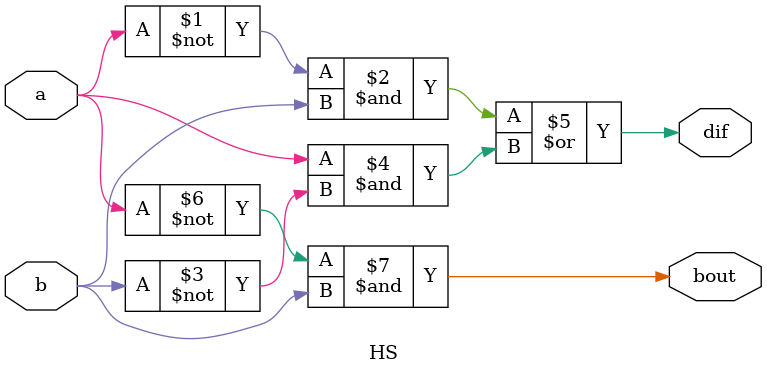
<source format=v>
`timescale 1ns / 1ps

module HS(
    input a,b,
    output dif,bout
    );

//dif = A XOR B 
assign dif = (~a&b)|(a&~b);
//borrow out = A' AND B
assign bout = (~a)&b;     
    
endmodule

</source>
